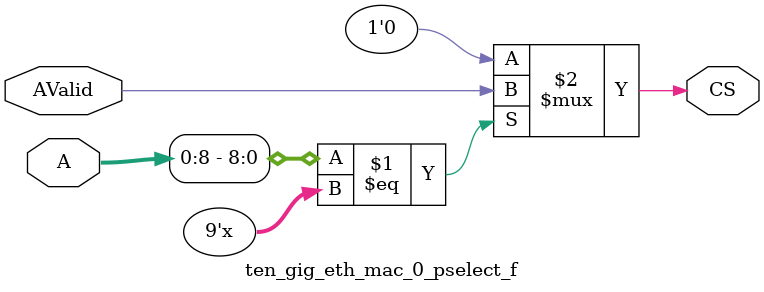
<source format=v>

`timescale 1ps / 1ps

module ten_gig_eth_mac_0_pselect_f (A, AValid, CS);

parameter C_AB  = 9;
parameter C_AW  = 32;
parameter [0:C_AW - 1] C_BAR =  'bz;
parameter C_FAMILY  = "nofamily";
input[0:C_AW-1] A; 
input AValid; 
output CS; 
wire CS;
parameter [0:C_AB-1]BAR = C_BAR[0:C_AB-1];

//----------------------------------------------------------------------------
// Build a behavioral decoder
//----------------------------------------------------------------------------
generate
if (C_AB > 0) begin : XST_WA
assign CS = (A[0:C_AB - 1] == BAR[0:C_AB - 1]) ? AValid : 1'b0 ;
end
endgenerate

generate
if (C_AB == 0) begin : PASS_ON_GEN
assign CS = AValid ;
end
endgenerate
endmodule

</source>
